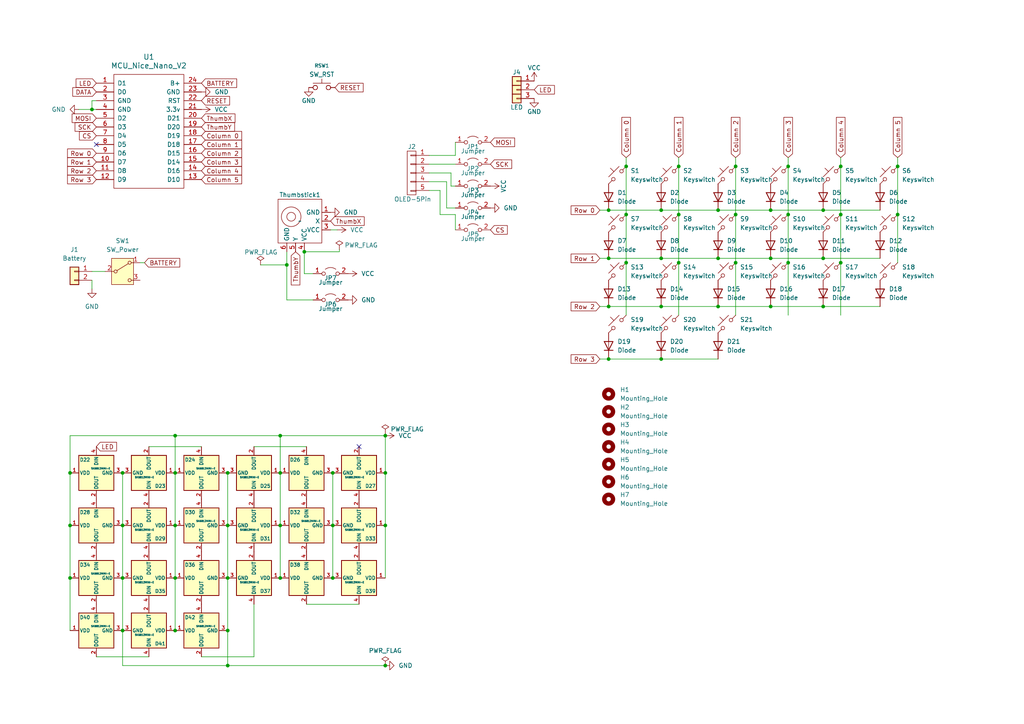
<source format=kicad_sch>
(kicad_sch (version 20230121) (generator eeschema)
  (paper "A4")
  (title_block (title "VF2 Valkyrie Choc RGB") (comment 2 "X=18.5mm; Y=17.5mm") (comment 3 "Spaced for MBK Glow R2 Choc Keycap Set"))
  (lib_symbols
    (symbol "Connector_Generic:Conn_01x02" (pin_names (offset 1.016) hide)
      (property "Reference" "J" (at 0 2.54 0))
      (property "Value" "Conn_01x02" (at 0 -5.08 0))
      (symbol "Conn_01x02_1_1"
        (rectangle (start -1.27 -2.413) (end 0 -2.667) (stroke (width 0.1524)))
        (rectangle (start -1.27 0.127) (end 0 -0.127) (stroke (width 0.1524)))
        (rectangle (start -1.27 1.27) (end 1.27 -3.81) (stroke (width 0.254)) (fill (type background)))
        (pin passive line (at -5.08 0 0) (length 3.81) (name "Pin_1") (number "1"))
        (pin passive line (at -5.08 -2.54 0) (length 3.81) (name "Pin_2") (number "2"))
      )
    )
    (symbol "Jumper:Jumper_2_Open" (pin_names (offset 0) hide)
      (property "Reference" "JP" (at 0 2.794 0))
      (property "Value" "Jumper_2_Open" (at 0 -2.286 0))
      (symbol "Jumper_2_Open_0_0"
        (circle (center -2.032 0) (radius 0.508))
        (circle (center 2.032 0) (radius 0.508))
      )
      (symbol "Jumper_2_Open_0_1"
        (arc (start 1.524 1.27) (mid 0 1.778) (end -1.524 1.27))
      )
      (symbol "Jumper_2_Open_1_1"
        (pin passive line (at -5.08 0 0) (length 2.54) (name "A") (number "1"))
        (pin passive line (at 5.08 0 180) (length 2.54) (name "B") (number "2"))
      )
    )
    (symbol "ScottoKeebs:Placeholder_Diode" (pin_numbers hide) (pin_names hide)
      (property "Reference" "D" (at 0 2.54 0))
      (property "Value" "Diode" (at 0 -2.54 0))
      (symbol "Placeholder_Diode_0_1"
        (polyline (pts (xy -1.27 1.27) (xy -1.27 -1.27)) (stroke (width 0.254)))
        (polyline (pts (xy 1.27 0) (xy -1.27 0)))
        (polyline (pts (xy 1.27 1.27) (xy 1.27 -1.27) (xy -1.27 0) (xy 1.27 1.27)) (stroke (width 0.254)))
      )
      (symbol "Placeholder_Diode_1_1"
        (pin passive line (at -3.81 0 0) (length 2.54) (name "K") (number "1"))
        (pin passive line (at 3.81 0 180) (length 2.54) (name "A") (number "2"))
      )
    )
    (symbol "ScottoKeebs:Placeholder_Keyswitch" (pin_numbers hide) (pin_names (offset 1.016) hide)
      (property "Reference" "S" (at 3.048 1.016 0))
      (property "Value" "Keyswitch" (at 0 -3.81 0))
      (symbol "Placeholder_Keyswitch_0_1"
        (circle (center -1.1684 1.1684) (radius 0.508))
        (polyline (pts (xy -0.508 2.54) (xy 2.54 -0.508)))
        (polyline (pts (xy 1.016 1.016) (xy 2.032 2.032)))
        (polyline (pts (xy -2.54 2.54) (xy -1.524 1.524) (xy -1.524 1.524)))
        (polyline (pts (xy 1.524 -1.524) (xy 2.54 -2.54) (xy 2.54 -2.54) (xy 2.54 -2.54)))
        (circle (center 1.143 -1.1938) (radius 0.508))
        (pin passive line (at -2.54 2.54 0) (length 0) (name "1") (number "1"))
        (pin passive line (at 2.54 -2.54 180) (length 0) (name "2") (number "2"))
      )
    )
    (symbol "ScottoKeebs:Placeholder_Mounting_Hole" (pin_names (offset 1.016))
      (property "Reference" "H" (at 0 5.08 0))
      (property "Value" "Mounting_Hole" (at 0 3.175 0))
      (symbol "Placeholder_Mounting_Hole_0_1"
        (circle (center 0 0) (radius 1.27) (stroke (width 1.27)))
      )
    )
    (symbol "SofleKeyboard1:LED_SK6812MINI-E-alt" (pin_names (offset 0.254))
      (property "Reference" "D30" (at -3.3 3.81 0))
      (property "Value" "SK6812MINI-E" (at 1.27 1.27 0))
      (symbol "LED_SK6812MINI-E-alt_0_1"
        (rectangle (start -5.08 5.08) (end 5.08 -5.08) (stroke (width 0.254)) (fill (type background)))
      )
      (symbol "LED_SK6812MINI-E-alt_1_1"
        (pin power_in line (at -7.62 0 0) (length 2.54) (name "VDD") (number "1"))
        (pin output line (at 0 -7.62 90) (length 2.54) (name "DOUT") (number "2"))
        (pin power_in line (at 7.62 0 180) (length 2.54) (name "GND") (number "3"))
        (pin input line (at 0 7.62 270) (length 2.54) (name "DIN") (number "4"))
      )
    )
    (symbol "SofleKeyboard1:MCU_Nice_Nano_V2" (pin_names (offset 1.016))
      (property "Reference" "U" (at 0 0 0))
      (property "Value" "Nice_Nano_V2" (at 0 -19.05 0))
      (symbol "MCU_Nice_Nano_V2_0_1"
        (rectangle (start -10.16 16.51) (end 10.16 -16.51))
      )
      (symbol "MCU_Nice_Nano_V2_1_1"
        (pin input line (at -15.24 13.97 0) (length 5.08) (name "D1") (number "1"))
        (pin input line (at -15.24 -8.89 0) (length 5.08) (name "D7") (number "10"))
        (pin input line (at -15.24 -11.43 0) (length 5.08) (name "D8") (number "11"))
        (pin input line (at -15.24 -13.97 0) (length 5.08) (name "D9") (number "12"))
        (pin input line (at 15.24 -13.97 180) (length 5.08) (name "D10") (number "13"))
        (pin input line (at 15.24 -11.43 180) (length 5.08) (name "D16") (number "14"))
        (pin input line (at 15.24 -8.89 180) (length 5.08) (name "D14") (number "15"))
        (pin input line (at 15.24 -6.35 180) (length 5.08) (name "D15") (number "16"))
        (pin input line (at 15.24 -3.81 180) (length 5.08) (name "D18") (number "17"))
        (pin input line (at 15.24 -1.27 180) (length 5.08) (name "D19") (number "18"))
        (pin input line (at 15.24 1.27 180) (length 5.08) (name "D20") (number "19"))
        (pin input line (at -15.24 11.43 0) (length 5.08) (name "D0") (number "2"))
        (pin input line (at 15.24 3.81 180) (length 5.08) (name "D21") (number "20"))
        (pin input line (at 15.24 6.35 180) (length 5.08) (name "3.3v") (number "21"))
        (pin input line (at 15.24 8.89 180) (length 5.08) (name "RST") (number "22"))
        (pin input line (at 15.24 11.43 180) (length 5.08) (name "GND") (number "23"))
        (pin input line (at 15.24 13.97 180) (length 5.08) (name "B+") (number "24"))
        (pin input line (at -15.24 8.89 0) (length 5.08) (name "GND") (number "3"))
        (pin input line (at -15.24 6.35 0) (length 5.08) (name "GND") (number "4"))
        (pin input line (at -15.24 3.81 0) (length 5.08) (name "D2") (number "5"))
        (pin input line (at -15.24 1.27 0) (length 5.08) (name "D3") (number "6"))
        (pin input line (at -15.24 -1.27 0) (length 5.08) (name "D4") (number "7"))
        (pin input line (at -15.24 -3.81 0) (length 5.08) (name "D5") (number "8"))
        (pin input line (at -15.24 -6.35 0) (length 5.08) (name "D6") (number "9"))
      )
    )
    (symbol "Switch:SW_SPDT" (pin_names (offset 0) hide)
      (property "Reference" "SW" (at 0 5.08 0))
      (property "Value" "SW_SPDT" (at 0 -5.08 0))
      (symbol "SW_SPDT_0_1"
        (circle (center -2.032 0) (radius 0.4572))
        (polyline (pts (xy -1.651 0.254) (xy 1.651 2.286)))
        (circle (center 2.032 -2.54) (radius 0.4572))
        (circle (center 2.032 2.54) (radius 0.4572))
      )
      (symbol "SW_SPDT_1_1"
        (rectangle (start -3.175 3.81) (end 3.175 -3.81) (fill (type background)))
        (pin passive line (at 5.08 2.54 180) (length 2.54) (name "A") (number "1"))
        (pin passive line (at -5.08 0 0) (length 2.54) (name "B") (number "2"))
        (pin passive line (at 5.08 -2.54 180) (length 2.54) (name "C") (number "3"))
      )
    )
    (symbol "mylocalSymbols1:Mini_2-Axis_Analog_Thumbstick"
      (property "Reference" "Thumbstick" (at 0 5.08 0))
      (symbol "Mini_2-Axis_Analog_Thumbstick_0_1"
        (rectangle (start -6.35 6.35) (end 6.35 -6.35))
        (circle (center -2.54 1.27) (radius 1.27))
        (circle (center -2.54 1.27) (radius 2.8398))
      )
      (symbol "Mini_2-Axis_Analog_Thumbstick_1_1"
        (pin power_in line (at 8.89 2.54 180) (length 2.54) (name "GND") (number "1"))
        (pin output line (at 8.89 0 180) (length 2.54) (name "X") (number "2"))
        (pin power_in line (at 8.89 -2.54 180) (length 2.54) (name "VCC") (number "3"))
        (pin power_in line (at 1.27 -8.89 90) (length 2.54) (name "VCC") (number "4"))
        (pin output line (at -1.27 -8.89 90) (length 2.54) (name "Y") (number "5"))
        (pin power_in line (at -3.81 -8.89 90) (length 2.54) (name "GND") (number "6"))
      )
    )
    (symbol "power:GND" (power) (pin_names (offset 0))
      (property "Value" "GND" (at 0 -3.81 0))
      (symbol "GND_0_1"
        (polyline (pts (xy 0 0) (xy 0 -1.27) (xy 1.27 -1.27) (xy 0 -2.54) (xy -1.27 -1.27) (xy 0 -1.27)))
      )
      (symbol "GND_1_1"
        (pin power_in line (at 0 0 270) (length 0) hide (name "GND") (number "1"))
      )
    )
    (symbol "power:PWR_FLAG" (power) (pin_numbers hide) (pin_names (offset 0) hide)
      (property "Value" "PWR_FLAG" (at 0 3.81 0))
      (symbol "PWR_FLAG_0_0"
        (pin power_out line (at 0 0 90) (length 0) (name "pwr") (number "1"))
      )
      (symbol "PWR_FLAG_0_1"
        (polyline (pts (xy 0 0) (xy 0 1.27) (xy -1.016 1.905) (xy 0 2.54) (xy 1.016 1.905) (xy 0 1.27)))
      )
    )
    (symbol "power:VCC" (power) (pin_names (offset 0))
      (property "Value" "VCC" (at 0 3.81 0))
      (symbol "VCC_0_1"
        (polyline (pts (xy -0.762 1.27) (xy 0 2.54)))
        (polyline (pts (xy 0 0) (xy 0 2.54)))
        (polyline (pts (xy 0 2.54) (xy 0.762 1.27)))
      )
      (symbol "VCC_1_1"
        (pin power_in line (at 0 0 90) (length 0) hide (name "VCC") (number "1"))
      )
    )
    (symbol "untitled:OLED-5Pin" (pin_names (offset 1.016) hide)
      (property "Reference" "J" (at 0 6.35 0))
      (property "Value" "OLED-5Pin" (at 2.54 0 90))
      (symbol "OLED-5Pin_0_1"
        (rectangle (start -1.27 -6.35) (end 0.254 -6.604))
        (rectangle (start -1.27 -3.683) (end 0.254 -3.937))
        (rectangle (start -1.27 -1.143) (end 0.254 -1.397))
        (rectangle (start -1.27 1.397) (end 0.254 1.143))
        (rectangle (start -1.27 3.937) (end 0.254 3.683))
        (rectangle (start -1.27 5.08) (end 1.27 -7.62))
      )
      (symbol "OLED-5Pin_1_1"
        (pin passive line (at -5.08 3.81 0) (length 3.81) (name "P1") (number "1"))
        (pin passive line (at -5.08 1.27 0) (length 3.81) (name "P2") (number "2"))
        (pin passive line (at -5.08 -1.27 0) (length 3.81) (name "P3") (number "3"))
        (pin passive line (at -5.08 -3.81 0) (length 3.81) (name "P4") (number "4"))
        (pin passive line (at -5.08 -6.35 0) (length 3.81) (name "P5") (number "5"))
      )
    )
    (symbol "untitled:SofleKeyboard-rescue_LED-Lily58-cache-Lily58_Pro-rescue-sofle" (pin_names (offset 1.016) hide)
      (property "Reference" "J1" (at 0 5.08 0))
      (property "Value" "LED" (at 0 -5.08 0))
      (symbol "SofleKeyboard-rescue_LED-Lily58-cache-Lily58_Pro-rescue-sofle_1_1"
        (rectangle (start -1.27 3.81) (end 1.27 -3.81) (stroke (width 0.254)) (fill (type background)))
        (rectangle (start 0 -2.413) (end 1.27 -2.667) (stroke (width 0.1524)))
        (polyline (pts (xy -1.27 -1.27) (xy 1.27 -1.27)) (stroke (width 0.254)))
        (polyline (pts (xy -1.27 1.27) (xy 1.27 1.27)) (stroke (width 0.254)))
        (rectangle (start 0 0.127) (end 1.27 -0.127) (stroke (width 0.1524)))
        (rectangle (start 0 2.667) (end 1.27 2.413) (stroke (width 0.1524)))
        (pin passive line (at 5.08 2.54 180) (length 3.81) (name "Pin_1") (number "1"))
        (pin passive line (at 5.08 0 180) (length 3.81) (name "Pin_2") (number "2"))
        (pin passive line (at 5.08 -2.54 180) (length 3.81) (name "Pin_3") (number "3"))
      )
    )
    (symbol "untitled:SofleKeyboard-rescue_SW_RST-Lily58-cache-Lily58_Pro-rescue-sofle" (pin_numbers hide) (pin_names (offset 1.016) hide)
      (property "Reference" "RSW1" (at 0 6.35 0))
      (property "Value" "SW_RST" (at 0 3.81 0))
      (symbol "SofleKeyboard-rescue_SW_RST-Lily58-cache-Lily58_Pro-rescue-sofle_0_1"
        (polyline (pts (xy -2.54 1.27) (xy 2.54 1.27)))
        (polyline (pts (xy 0 2.54) (xy 0 1.27)))
        (pin passive inverted (at -3.81 0 0) (length 2.54) (name "1") (number "1"))
        (pin passive inverted (at 3.81 0 180) (length 2.54) (name "2") (number "2"))
      )
    )
  )
  (junction (at 66.04 137.16))
  (junction (at 50.8 182.88))
  (junction (at 81.28 137.16))
  (junction (at 208.28 74.93))
  (junction (at 213.36 62.23))
  (junction (at 81.28 152.4))
  (junction (at 238.76 74.93))
  (junction (at 81.28 126.365))
  (junction (at 50.8 167.64))
  (junction (at 26.67 31.75))
  (junction (at 243.84 76.2))
  (junction (at 181.61 76.2))
  (junction (at 191.77 88.9))
  (junction (at 176.53 88.9))
  (junction (at 196.85 48.26))
  (junction (at 50.8 137.16))
  (junction (at 260.35 48.26))
  (junction (at 66.04 167.64))
  (junction (at 228.6 62.23))
  (junction (at 35.56 167.64))
  (junction (at 20.32 167.64))
  (junction (at 181.61 62.23))
  (junction (at 35.56 152.4))
  (junction (at 243.84 48.26))
  (junction (at 196.85 62.23))
  (junction (at 196.85 76.2))
  (junction (at 238.76 60.96))
  (junction (at 228.6 48.26))
  (junction (at 208.28 60.96))
  (junction (at 111.76 126.365))
  (junction (at 111.76 193.04))
  (junction (at 35.56 137.16))
  (junction (at 223.52 74.93))
  (junction (at 20.32 152.4))
  (junction (at 35.56 182.88))
  (junction (at 111.76 152.4))
  (junction (at 20.32 137.16))
  (junction (at 176.53 104.14))
  (junction (at 213.36 76.2))
  (junction (at 243.84 62.23))
  (junction (at 66.04 193.04))
  (junction (at 50.8 126.365))
  (junction (at 81.28 167.64))
  (junction (at 96.52 167.64))
  (junction (at 88.265 73.025))
  (junction (at 260.35 62.23))
  (junction (at 83.185 76.835))
  (junction (at 176.53 60.96))
  (junction (at 96.52 137.16))
  (junction (at 181.61 48.26))
  (junction (at 50.8 152.4))
  (junction (at 176.53 74.93))
  (junction (at 191.77 74.93))
  (junction (at 96.52 152.4))
  (junction (at 213.36 48.26))
  (junction (at 111.76 137.16))
  (junction (at 223.52 88.9))
  (junction (at 66.04 152.4))
  (junction (at 228.6 76.2))
  (junction (at 191.77 60.96))
  (junction (at 191.77 104.14))
  (junction (at 66.04 182.88))
  (junction (at 238.76 88.9))
  (junction (at 223.52 60.96))
  (junction (at 208.28 88.9))
  (no_connect (at 104.14 129.54))
  (no_connect (at 27.94 41.91))
  (wire (pts (xy 95.885 66.675) (xy 97.79 66.675)))
  (wire (pts (xy 88.265 73.025) (xy 88.265 79.375)))
  (wire (pts (xy 111.76 137.16) (xy 111.76 152.4)))
  (wire (pts (xy 243.84 76.2) (xy 243.84 91.44)))
  (wire (pts (xy 35.56 152.4) (xy 35.56 167.64)))
  (wire (pts (xy 20.32 126.365) (xy 20.32 137.16)))
  (wire (pts (xy 88.9 175.26) (xy 104.14 175.26)))
  (wire (pts (xy 238.76 74.93) (xy 255.27 74.93)))
  (wire (pts (xy 20.32 167.64) (xy 20.32 182.88)))
  (wire (pts (xy 81.28 137.16) (xy 81.28 152.4)))
  (wire (pts (xy 81.28 126.365) (xy 81.28 137.16)))
  (wire (pts (xy 83.185 73.025) (xy 83.185 76.835)))
  (wire (pts (xy 50.8 152.4) (xy 50.8 167.64)))
  (wire (pts (xy 27.94 190.5) (xy 43.18 190.5)))
  (wire (pts (xy 176.53 74.93) (xy 191.77 74.93)))
  (wire (pts (xy 81.28 126.365) (xy 111.76 126.365)))
  (wire (pts (xy 124.46 50.165) (xy 130.81 50.165)))
  (wire (pts (xy 50.8 137.16) (xy 50.8 152.4)))
  (wire (pts (xy 127.635 55.245) (xy 124.46 55.245)))
  (wire (pts (xy 129.54 52.705) (xy 129.54 60.325)))
  (wire (pts (xy 228.6 62.23) (xy 228.6 76.2)))
  (wire (pts (xy 129.54 60.325) (xy 132.08 60.325)))
  (wire (pts (xy 243.84 62.23) (xy 243.84 76.2)))
  (wire (pts (xy 83.185 86.995) (xy 90.805 86.995)))
  (wire (pts (xy 223.52 60.96) (xy 238.76 60.96)))
  (wire (pts (xy 111.76 125.73) (xy 111.76 126.365)))
  (wire (pts (xy 127.635 55.245) (xy 127.635 62.23)))
  (wire (pts (xy 228.6 45.72) (xy 228.6 48.26)))
  (wire (pts (xy 20.32 126.365) (xy 50.8 126.365)))
  (wire (pts (xy 26.67 78.74) (xy 30.48 78.74)))
  (wire (pts (xy 196.85 62.23) (xy 196.85 76.2)))
  (wire (pts (xy 191.77 88.9) (xy 208.28 88.9)))
  (wire (pts (xy 20.32 137.16) (xy 20.32 152.4)))
  (wire (pts (xy 181.61 76.2) (xy 181.61 91.44)))
  (wire (pts (xy 228.6 76.2) (xy 228.6 91.44)))
  (wire (pts (xy 173.99 60.96) (xy 176.53 60.96)))
  (wire (pts (xy 75.565 76.835) (xy 83.185 76.835)))
  (wire (pts (xy 127.635 62.23) (xy 132.08 62.23)))
  (wire (pts (xy 66.04 182.88) (xy 66.04 193.04)))
  (wire (pts (xy 191.77 60.96) (xy 208.28 60.96)))
  (wire (pts (xy 58.42 190.5) (xy 73.66 190.5)))
  (wire (pts (xy 173.99 104.14) (xy 176.53 104.14)))
  (wire (pts (xy 223.52 74.93) (xy 238.76 74.93)))
  (wire (pts (xy 208.28 74.93) (xy 223.52 74.93)))
  (wire (pts (xy 223.52 88.9) (xy 238.76 88.9)))
  (wire (pts (xy 35.56 182.88) (xy 35.56 193.04)))
  (wire (pts (xy 22.86 31.75) (xy 26.67 31.75)))
  (wire (pts (xy 96.52 137.16) (xy 96.52 152.4)))
  (wire (pts (xy 66.04 152.4) (xy 66.04 167.64)))
  (wire (pts (xy 124.46 47.625) (xy 132.08 47.625)))
  (wire (pts (xy 213.36 76.2) (xy 213.36 91.44)))
  (wire (pts (xy 260.35 48.26) (xy 260.35 62.23)))
  (wire (pts (xy 88.265 79.375) (xy 90.805 79.375)))
  (wire (pts (xy 96.52 152.4) (xy 96.52 167.64)))
  (wire (pts (xy 130.81 53.975) (xy 132.08 53.975)))
  (wire (pts (xy 40.64 76.2) (xy 41.91 76.2)))
  (wire (pts (xy 181.61 62.23) (xy 181.61 76.2)))
  (wire (pts (xy 213.36 45.72) (xy 213.36 48.26)))
  (wire (pts (xy 81.28 152.4) (xy 81.28 167.64)))
  (wire (pts (xy 260.35 62.23) (xy 260.35 76.2)))
  (wire (pts (xy 50.8 126.365) (xy 50.8 137.16)))
  (wire (pts (xy 66.04 193.04) (xy 111.76 193.04)))
  (wire (pts (xy 27.94 29.21) (xy 26.67 29.21)))
  (wire (pts (xy 213.36 62.23) (xy 213.36 76.2)))
  (wire (pts (xy 181.61 48.26) (xy 181.61 62.23)))
  (wire (pts (xy 176.53 104.14) (xy 191.77 104.14)))
  (wire (pts (xy 50.8 167.64) (xy 50.8 182.88)))
  (wire (pts (xy 132.08 45.085) (xy 132.08 41.275)))
  (wire (pts (xy 73.66 190.5) (xy 73.66 175.26)))
  (wire (pts (xy 26.67 81.28) (xy 26.67 83.82)))
  (wire (pts (xy 26.67 31.75) (xy 27.94 31.75)))
  (wire (pts (xy 130.81 50.165) (xy 130.81 53.975)))
  (wire (pts (xy 196.85 76.2) (xy 196.85 91.44)))
  (wire (pts (xy 111.76 152.4) (xy 111.76 167.64)))
  (wire (pts (xy 83.185 76.835) (xy 83.185 86.995)))
  (wire (pts (xy 50.8 126.365) (xy 81.28 126.365)))
  (wire (pts (xy 238.76 88.9) (xy 255.27 88.9)))
  (wire (pts (xy 35.56 193.04) (xy 66.04 193.04)))
  (wire (pts (xy 196.85 48.26) (xy 196.85 62.23)))
  (wire (pts (xy 35.56 167.64) (xy 35.56 182.88)))
  (wire (pts (xy 176.53 88.9) (xy 191.77 88.9)))
  (wire (pts (xy 88.265 73.025) (xy 98.425 73.025)))
  (wire (pts (xy 129.54 52.705) (xy 124.46 52.705)))
  (wire (pts (xy 26.67 29.21) (xy 26.67 31.75)))
  (wire (pts (xy 191.77 104.14) (xy 208.28 104.14)))
  (wire (pts (xy 196.85 45.72) (xy 196.85 48.26)))
  (wire (pts (xy 260.35 45.72) (xy 260.35 48.26)))
  (wire (pts (xy 243.84 48.26) (xy 243.84 62.23)))
  (wire (pts (xy 20.32 152.4) (xy 20.32 167.64)))
  (wire (pts (xy 173.99 88.9) (xy 176.53 88.9)))
  (wire (pts (xy 191.77 74.93) (xy 208.28 74.93)))
  (wire (pts (xy 208.28 60.96) (xy 223.52 60.96)))
  (wire (pts (xy 43.18 129.54) (xy 58.42 129.54)))
  (wire (pts (xy 132.08 62.23) (xy 132.08 66.675)))
  (wire (pts (xy 181.61 45.72) (xy 181.61 48.26)))
  (wire (pts (xy 66.04 137.16) (xy 66.04 152.4)))
  (wire (pts (xy 238.76 60.96) (xy 255.27 60.96)))
  (wire (pts (xy 73.66 129.54) (xy 88.9 129.54)))
  (wire (pts (xy 243.84 45.72) (xy 243.84 48.26)))
  (wire (pts (xy 98.425 72.39) (xy 98.425 73.025)))
  (wire (pts (xy 35.56 137.16) (xy 35.56 152.4)))
  (wire (pts (xy 66.04 167.64) (xy 66.04 182.88)))
  (wire (pts (xy 176.53 60.96) (xy 191.77 60.96)))
  (wire (pts (xy 213.36 48.26) (xy 213.36 62.23)))
  (wire (pts (xy 208.28 88.9) (xy 223.52 88.9)))
  (wire (pts (xy 228.6 48.26) (xy 228.6 62.23)))
  (wire (pts (xy 173.99 74.93) (xy 176.53 74.93)))
  (wire (pts (xy 111.76 126.365) (xy 111.76 137.16)))
  (wire (pts (xy 124.46 45.085) (xy 132.08 45.085)))
  (global_label "Column 2" (shape input) (at 58.42 44.45 0) (property "Intersheetrefs" "${INTERSHEET_REFS}" (effects hide)))
  (global_label "Column 1" (shape input) (at 196.85 45.72 90) (property "Intersheetrefs" "${INTERSHEET_REFS}" (effects hide)))
  (global_label "ThumbY" (shape input) (at 85.725 73.025 270) (property "Intersheetrefs" "${INTERSHEET_REFS}" (effects hide)))
  (global_label "SCK" (shape input) (at 142.24 47.625 0) (property "Intersheetrefs" "${INTERSHEET_REFS}" (effects hide)))
  (global_label "Column 1" (shape input) (at 58.42 41.91 0) (property "Intersheetrefs" "${INTERSHEET_REFS}" (effects hide)))
  (global_label "LED" (shape input) (at 27.94 24.13 180) (property "Intersheetrefs" "${INTERSHEET_REFS}" (effects hide)))
  (global_label "Row 3" (shape input) (at 173.99 104.14 180) (property "Intersheetrefs" "${INTERSHEET_REFS}" (effects hide)))
  (global_label "Row 3" (shape input) (at 27.94 52.07 180) (property "Intersheetrefs" "${INTERSHEET_REFS}" (effects hide)))
  (global_label "Row 2" (shape input) (at 173.99 88.9 180) (property "Intersheetrefs" "${INTERSHEET_REFS}" (effects hide)))
  (global_label "RESET" (shape input) (at 97.155 25.4 0) (property "Intersheetrefs" "${INTERSHEET_REFS}" (effects hide)))
  (global_label "BATTERY" (shape input) (at 41.91 76.2 0) (property "Intersheetrefs" "${INTERSHEET_REFS}" (effects hide)))
  (global_label "Column 3" (shape input) (at 228.6 45.72 90) (property "Intersheetrefs" "${INTERSHEET_REFS}" (effects hide)))
  (global_label "Row 0" (shape input) (at 173.99 60.96 180) (property "Intersheetrefs" "${INTERSHEET_REFS}" (effects hide)))
  (global_label "Column 2" (shape input) (at 213.36 45.72 90) (property "Intersheetrefs" "${INTERSHEET_REFS}" (effects hide)))
  (global_label "LED" (shape input) (at 154.94 26.035 0) (property "Intersheetrefs" "${INTERSHEET_REFS}" (effects hide)))
  (global_label "Column 4" (shape input) (at 58.42 49.53 0) (property "Intersheetrefs" "${INTERSHEET_REFS}" (effects hide)))
  (global_label "Column 0" (shape input) (at 181.61 45.72 90) (property "Intersheetrefs" "${INTERSHEET_REFS}" (effects hide)))
  (global_label "LED" (shape input) (at 27.94 129.54 0) (property "Intersheetrefs" "${INTERSHEET_REFS}" (effects hide)))
  (global_label "ThumbY" (shape input) (at 58.42 36.83 0) (property "Intersheetrefs" "${INTERSHEET_REFS}" (effects hide)))
  (global_label "Column 5" (shape input) (at 260.35 45.72 90) (property "Intersheetrefs" "${INTERSHEET_REFS}" (effects hide)))
  (global_label "DATA" (shape input) (at 27.94 26.67 180) (property "Intersheetrefs" "${INTERSHEET_REFS}" (effects hide)))
  (global_label "Column 0" (shape input) (at 58.42 39.37 0) (property "Intersheetrefs" "${INTERSHEET_REFS}" (effects hide)))
  (global_label "CS" (shape input) (at 27.94 39.37 180) (property "Intersheetrefs" "${INTERSHEET_REFS}" (effects hide)))
  (global_label "RESET" (shape input) (at 58.42 29.21 0) (property "Intersheetrefs" "${INTERSHEET_REFS}" (effects hide)))
  (global_label "BATTERY" (shape input) (at 58.42 24.13 0) (property "Intersheetrefs" "${INTERSHEET_REFS}" (effects hide)))
  (global_label "Column 4" (shape input) (at 243.84 45.72 90) (property "Intersheetrefs" "${INTERSHEET_REFS}" (effects hide)))
  (global_label "Row 2" (shape input) (at 27.94 49.53 180) (property "Intersheetrefs" "${INTERSHEET_REFS}" (effects hide)))
  (global_label "MOSI" (shape input) (at 142.24 41.275 0) (property "Intersheetrefs" "${INTERSHEET_REFS}" (effects hide)))
  (global_label "ThumbX" (shape input) (at 95.885 64.135 0) (property "Intersheetrefs" "${INTERSHEET_REFS}" (effects hide)))
  (global_label "Column 5" (shape input) (at 58.42 52.07 0) (property "Intersheetrefs" "${INTERSHEET_REFS}" (effects hide)))
  (global_label "ThumbX" (shape input) (at 58.42 34.29 0) (property "Intersheetrefs" "${INTERSHEET_REFS}" (effects hide)))
  (global_label "CS" (shape input) (at 142.24 66.675 0) (property "Intersheetrefs" "${INTERSHEET_REFS}" (effects hide)))
  (global_label "SCK" (shape input) (at 27.94 36.83 180) (property "Intersheetrefs" "${INTERSHEET_REFS}" (effects hide)))
  (global_label "MOSI" (shape input) (at 27.94 34.29 180) (property "Intersheetrefs" "${INTERSHEET_REFS}" (effects hide)))
  (global_label "Column 3" (shape input) (at 58.42 46.99 0) (property "Intersheetrefs" "${INTERSHEET_REFS}" (effects hide)))
  (global_label "Row 0" (shape input) (at 27.94 44.45 180) (property "Intersheetrefs" "${INTERSHEET_REFS}" (effects hide)))
  (global_label "Row 1" (shape input) (at 173.99 74.93 180) (property "Intersheetrefs" "${INTERSHEET_REFS}" (effects hide)))
  (global_label "Row 1" (shape input) (at 27.94 46.99 180) (property "Intersheetrefs" "${INTERSHEET_REFS}" (effects hide)))
  (symbol (lib_id "ScottoKeebs:Placeholder_Keyswitch") (at 257.81 64.77 90) (unit 1)
    (property "Reference" "S12" (at 261.62 63.5 90) (effects (justify right)))
    (property "Value" "Keyswitch" (at 261.62 66.04 90) (effects (justify right)))
    (property "Footprint" "mylocal_footprints:Choc_Hotswap-double-sided" (effects hide))
  )
  (symbol (lib_id "ScottoKeebs:Placeholder_Keyswitch") (at 179.07 64.77 90) (unit 1)
    (property "Reference" "S7" (at 182.88 63.5 90) (effects (justify right)))
    (property "Value" "Keyswitch" (at 182.88 66.04 90) (effects (justify right)))
    (property "Footprint" "mylocal_footprints:Choc_Hotswap-double-sided" (effects hide))
  )
  (symbol (lib_id "SofleKeyboard1:LED_SK6812MINI-E-alt") (at 43.18 152.4 180) (unit 1)
    (property "Reference" "D29" (at 46.48 156.21 0) (effects (font (size 1 1))))
    (property "Value" "SK6812MINI-E" (at 41.91 153.67 0) (effects (font (size 0.5 0.5))))
    (property "Footprint" "mylocal_footprints:SK6812-MINI-E-double-side" (effects hide))
    (property "Datasheet" "https://cdn-shop.adafruit.com/product-files/2686/SK6812MINI_REV.01-1-2.pdf" (effects hide))
  )
  (symbol (lib_id "ScottoKeebs:Placeholder_Mounting_Hole") (at 176.53 114.3 0) (unit 1)
    (property "Reference" "H1" (at 179.832 113.03 0) (effects (justify left)))
    (property "Value" "Mounting_Hole" (at 179.832 115.57 0) (effects (justify left)))
    (property "Footprint" "MountingHole:MountingHole_3.5mm" (effects hide))
  )
  (symbol (lib_id "ScottoKeebs:Placeholder_Diode") (at 191.77 100.33 90) (unit 1)
    (property "Reference" "D20" (at 194.31 99.06 90) (effects (justify right)))
    (property "Value" "Diode" (at 194.31 101.6 90) (effects (justify right)))
    (property "Footprint" "mylocal_footprints:Diode_SOD-123-double-sided" (effects hide))
    (property "Sim.Device" "D" (effects hide))
    (property "Sim.Pins" "1=K 2=A" (effects hide))
  )
  (symbol (lib_id "ScottoKeebs:Placeholder_Diode") (at 255.27 85.09 90) (unit 1)
    (property "Reference" "D18" (at 257.81 83.82 90) (effects (justify right)))
    (property "Value" "Diode" (at 257.81 86.36 90) (effects (justify right)))
    (property "Footprint" "mylocal_footprints:Diode_SOD-123-double-sided" (effects hide))
    (property "Sim.Device" "D" (effects hide))
    (property "Sim.Pins" "1=K 2=A" (effects hide))
  )
  (symbol (lib_id "SofleKeyboard1:LED_SK6812MINI-E-alt") (at 73.66 137.16 180) (unit 1)
    (property "Reference" "D25" (at 76.96 140.97 0) (effects (font (size 1 1))))
    (property "Value" "SK6812MINI-E" (at 72.39 138.43 0) (effects (font (size 0.5 0.5))))
    (property "Footprint" "mylocal_footprints:SK6812-MINI-E-double-side" (effects hide))
    (property "Datasheet" "https://cdn-shop.adafruit.com/product-files/2686/SK6812MINI_REV.01-1-2.pdf" (effects hide))
  )
  (symbol (lib_id "ScottoKeebs:Placeholder_Keyswitch") (at 179.07 50.8 90) (unit 1)
    (property "Reference" "S1" (at 182.88 49.53 90) (effects (justify right)))
    (property "Value" "Keyswitch" (at 182.88 52.07 90) (effects (justify right)))
    (property "Footprint" "mylocal_footprints:Choc_Hotswap-double-sided" (effects hide))
  )
  (symbol (lib_id "SofleKeyboard1:LED_SK6812MINI-E-alt") (at 104.14 167.64 180) (unit 1)
    (property "Reference" "D39" (at 107.44 171.45 0) (effects (font (size 1 1))))
    (property "Value" "SK6812MINI-E" (at 102.87 168.91 0) (effects (font (size 0.5 0.5))))
    (property "Footprint" "mylocal_footprints:SK6812-MINI-E-double-side" (effects hide))
    (property "Datasheet" "https://cdn-shop.adafruit.com/product-files/2686/SK6812MINI_REV.01-1-2.pdf" (effects hide))
  )
  (symbol (lib_id "power:VCC") (at 97.79 66.675 270) (unit 1)
    (property "Reference" "#PWR015" (effects hide))
    (property "Value" "VCC" (at 101.6 66.675 90) (effects (justify left)))
  )
  (symbol (lib_id "ScottoKeebs:Placeholder_Keyswitch") (at 210.82 93.98 90) (unit 1)
    (property "Reference" "S21" (at 214.63 92.71 90) (effects (justify right)))
    (property "Value" "Keyswitch" (at 214.63 95.25 90) (effects (justify right)))
    (property "Footprint" "mylocal_footprints:Choc_Hotswap-double-sided" (effects hide))
  )
  (symbol (lib_id "ScottoKeebs:Placeholder_Diode") (at 176.53 100.33 90) (unit 1)
    (property "Reference" "D19" (at 179.07 99.06 90) (effects (justify right)))
    (property "Value" "Diode" (at 179.07 101.6 90) (effects (justify right)))
    (property "Footprint" "mylocal_footprints:Diode_SOD-123-double-sided" (effects hide))
    (property "Sim.Device" "D" (effects hide))
    (property "Sim.Pins" "1=K 2=A" (effects hide))
  )
  (symbol (lib_id "SofleKeyboard1:LED_SK6812MINI-E-alt") (at 88.9 137.16 0) (unit 1)
    (property "Reference" "D26" (at 85.6 133.35 0) (effects (font (size 1 1))))
    (property "Value" "SK6812MINI-E" (effects hide))
    (property "Footprint" "mylocal_footprints:SK6812-MINI-E-double-side" (effects hide))
    (property "Datasheet" "https://cdn-shop.adafruit.com/product-files/2686/SK6812MINI_REV.01-1-2.pdf" (effects hide))
  )
  (symbol (lib_id "ScottoKeebs:Placeholder_Mounting_Hole") (at 176.53 139.7 0) (unit 1)
    (property "Reference" "H6" (at 179.832 138.43 0) (effects (justify left)))
    (property "Value" "Mounting_Hole" (at 179.832 140.97 0) (effects (justify left)))
    (property "Footprint" "MountingHole:MountingHole_3.5mm" (effects hide))
  )
  (symbol (lib_id "ScottoKeebs:Placeholder_Keyswitch") (at 257.81 78.74 90) (unit 1)
    (property "Reference" "S18" (at 261.62 77.47 90) (effects (justify right)))
    (property "Value" "Keyswitch" (at 261.62 80.01 90) (effects (justify right)))
    (property "Footprint" "mylocal_footprints:Choc_Hotswap-double-sided" (effects hide))
  )
  (symbol (lib_id "ScottoKeebs:Placeholder_Diode") (at 191.77 57.15 90) (unit 1)
    (property "Reference" "D2" (at 194.31 55.88 90) (effects (justify right)))
    (property "Value" "Diode" (at 194.31 58.42 90) (effects (justify right)))
    (property "Footprint" "mylocal_footprints:Diode_SOD-123-double-sided" (effects hide))
    (property "Sim.Device" "D" (effects hide))
    (property "Sim.Pins" "1=K 2=A" (effects hide))
  )
  (symbol (lib_id "ScottoKeebs:Placeholder_Keyswitch") (at 179.07 93.98 90) (unit 1)
    (property "Reference" "S19" (at 182.88 92.71 90) (effects (justify right)))
    (property "Value" "Keyswitch" (at 182.88 95.25 90) (effects (justify right)))
    (property "Footprint" "mylocal_footprints:Choc_Hotswap-double-sided" (effects hide))
  )
  (symbol (lib_id "power:PWR_FLAG") (at 111.76 193.04 0) (unit 1)
    (property "Reference" "#FLG02" (effects hide))
    (property "Value" "PWR_FLAG" (at 111.76 188.722 0))
  )
  (symbol (lib_id "Jumper:Jumper_2_Open") (at 137.16 47.625 0) (unit 1)
    (property "Reference" "JP2" (at 137.16 48.895 0))
    (property "Value" "Jumper" (at 137.16 50.165 0))
    (property "Footprint" "mylocal_footprints:jumper_data-MOD" (effects hide))
  )
  (symbol (lib_id "ScottoKeebs:Placeholder_Mounting_Hole") (at 176.53 124.46 0) (unit 1)
    (property "Reference" "H3" (at 179.832 123.19 0) (effects (justify left)))
    (property "Value" "Mounting_Hole" (at 179.832 125.73 0) (effects (justify left)))
    (property "Footprint" "MountingHole:MountingHole_3.5mm" (effects hide))
  )
  (symbol (lib_id "power:VCC") (at 58.42 31.75 270) (unit 1)
    (property "Reference" "#PWR03" (effects hide))
    (property "Value" "VCC" (at 62.23 31.75 90) (effects (justify left)))
  )
  (symbol (lib_id "ScottoKeebs:Placeholder_Diode") (at 176.53 57.15 90) (unit 1)
    (property "Reference" "D1" (at 179.07 55.88 90) (effects (justify right)))
    (property "Value" "Diode" (at 179.07 58.42 90) (effects (justify right)))
    (property "Footprint" "mylocal_footprints:Diode_SOD-123-double-sided" (effects hide))
    (property "Sim.Device" "D" (effects hide))
    (property "Sim.Pins" "1=K 2=A" (effects hide))
  )
  (symbol (lib_id "SofleKeyboard1:MCU_Nice_Nano_V2") (at 43.18 38.1 0) (unit 1)
    (property "Reference" "U1" (at 43.18 16.51 0) (effects (font (size 1.524 1.524))))
    (property "Value" "MCU_Nice_Nano_V2" (at 43.18 19.05 0) (effects (font (size 1.524 1.524))))
    (property "Footprint" "mylocal_footprints:ProMicro" (effects hide))
  )
  (symbol (lib_id "power:GND") (at 154.94 28.575 0) (unit 1)
    (property "Reference" "#PWR010" (effects hide))
    (property "Value" "GND" (at 154.94 32.385 0))
  )
  (symbol (lib_id "SofleKeyboard1:LED_SK6812MINI-E-alt") (at 43.18 167.64 180) (unit 1)
    (property "Reference" "D35" (at 46.48 171.45 0) (effects (font (size 1 1))))
    (property "Value" "SK6812MINI-E" (at 41.91 168.91 0) (effects (font (size 0.5 0.5))))
    (property "Footprint" "mylocal_footprints:SK6812-MINI-E-double-side" (effects hide))
    (property "Datasheet" "https://cdn-shop.adafruit.com/product-files/2686/SK6812MINI_REV.01-1-2.pdf" (effects hide))
  )
  (symbol (lib_id "ScottoKeebs:Placeholder_Mounting_Hole") (at 176.53 119.38 0) (unit 1)
    (property "Reference" "H2" (at 179.832 118.11 0) (effects (justify left)))
    (property "Value" "Mounting_Hole" (at 179.832 120.65 0) (effects (justify left)))
    (property "Footprint" "MountingHole:MountingHole_3.5mm" (effects hide))
  )
  (symbol (lib_id "power:GND") (at 100.965 86.995 90) (unit 1)
    (property "Reference" "#PWR014" (effects hide))
    (property "Value" "GND" (at 104.775 86.995 90) (effects (justify right)))
  )
  (symbol (lib_id "power:GND") (at 142.24 60.325 90) (unit 1)
    (property "Reference" "#PWR05" (effects hide))
    (property "Value" "GND" (at 146.05 60.325 90) (effects (justify right)))
  )
  (symbol (lib_id "Jumper:Jumper_2_Open") (at 95.885 79.375 0) (unit 1)
    (property "Reference" "JP7" (at 95.885 80.645 0))
    (property "Value" "Jumper" (at 95.885 81.915 0))
    (property "Footprint" "mylocal_footprints:jumper_data-MOD" (effects hide))
  )
  (symbol (lib_id "ScottoKeebs:Placeholder_Mounting_Hole") (at 176.53 144.78 0) (unit 1)
    (property "Reference" "H7" (at 179.832 143.51 0) (effects (justify left)))
    (property "Value" "Mounting_Hole" (at 179.832 146.05 0) (effects (justify left)))
    (property "Footprint" "MountingHole:MountingHole_3.5mm" (effects hide))
  )
  (symbol (lib_id "ScottoKeebs:Placeholder_Mounting_Hole") (at 176.53 129.54 0) (unit 1)
    (property "Reference" "H4" (at 179.832 128.27 0) (effects (justify left)))
    (property "Value" "Mounting_Hole" (at 179.832 130.81 0) (effects (justify left)))
    (property "Footprint" "MountingHole:MountingHole_3.5mm" (effects hide))
  )
  (symbol (lib_id "power:VCC") (at 100.965 79.375 270) (unit 1)
    (property "Reference" "#PWR016" (effects hide))
    (property "Value" "VCC" (at 104.775 79.375 90) (effects (justify left)))
  )
  (symbol (lib_id "power:GND") (at 89.535 25.4 0) (unit 1)
    (property "Reference" "#PWR09" (effects hide))
    (property "Value" "GND" (at 89.535 29.21 0))
  )
  (symbol (lib_id "power:GND") (at 22.86 31.75 270) (unit 1)
    (property "Reference" "#PWR013" (effects hide))
    (property "Value" "GND" (at 19.05 31.75 90) (effects (justify right)))
  )
  (symbol (lib_id "ScottoKeebs:Placeholder_Keyswitch") (at 241.3 50.8 90) (unit 1)
    (property "Reference" "S5" (at 245.11 49.53 90) (effects (justify right)))
    (property "Value" "Keyswitch" (at 245.11 52.07 90) (effects (justify right)))
    (property "Footprint" "mylocal_footprints:Choc_Hotswap-double-sided" (effects hide))
  )
  (symbol (lib_id "ScottoKeebs:Placeholder_Diode") (at 223.52 57.15 90) (unit 1)
    (property "Reference" "D4" (at 226.06 55.88 90) (effects (justify right)))
    (property "Value" "Diode" (at 226.06 58.42 90) (effects (justify right)))
    (property "Footprint" "mylocal_footprints:Diode_SOD-123-double-sided" (effects hide))
    (property "Sim.Device" "D" (effects hide))
    (property "Sim.Pins" "1=K 2=A" (effects hide))
  )
  (symbol (lib_id "ScottoKeebs:Placeholder_Diode") (at 238.76 85.09 90) (unit 1)
    (property "Reference" "D17" (at 241.3 83.82 90) (effects (justify right)))
    (property "Value" "Diode" (at 241.3 86.36 90) (effects (justify right)))
    (property "Footprint" "mylocal_footprints:Diode_SOD-123-double-sided" (effects hide))
    (property "Sim.Device" "D" (effects hide))
    (property "Sim.Pins" "1=K 2=A" (effects hide))
  )
  (symbol (lib_id "untitled:OLED-5Pin") (at 119.38 48.895 0) (mirror y) (unit 1)
    (property "Reference" "J2" (at 120.65 42.545 0) (effects (justify left)))
    (property "Value" "OLED-5Pin" (at 125.095 57.785 0) (effects (justify left)))
    (property "Footprint" "Connector_PinHeader_2.54mm:PinHeader_1x05_P2.54mm_Vertical" (effects hide))
  )
  (symbol (lib_id "ScottoKeebs:Placeholder_Diode") (at 208.28 100.33 90) (unit 1)
    (property "Reference" "D21" (at 210.82 99.06 90) (effects (justify right)))
    (property "Value" "Diode" (at 210.82 101.6 90) (effects (justify right)))
    (property "Footprint" "mylocal_footprints:Diode_SOD-123-double-sided" (effects hide))
    (property "Sim.Device" "D" (effects hide))
    (property "Sim.Pins" "1=K 2=A" (effects hide))
  )
  (symbol (lib_id "Jumper:Jumper_2_Open") (at 137.16 66.675 0) (unit 1)
    (property "Reference" "JP5" (at 137.16 67.945 0))
    (property "Value" "Jumper" (at 137.16 69.215 0))
    (property "Footprint" "mylocal_footprints:jumper_data-MOD" (effects hide))
  )
  (symbol (lib_id "ScottoKeebs:Placeholder_Mounting_Hole") (at 176.53 134.62 0) (unit 1)
    (property "Reference" "H5" (at 179.832 133.35 0) (effects (justify left)))
    (property "Value" "Mounting_Hole" (at 179.832 135.89 0) (effects (justify left)))
    (property "Footprint" "MountingHole:MountingHole_3.5mm" (effects hide))
  )
  (symbol (lib_id "untitled:SofleKeyboard-rescue_SW_RST-Lily58-cache-Lily58_Pro-rescue-sofle") (at 93.345 25.4 0) (unit 1)
    (property "Reference" "RSW1" (at 93.345 19.05 0) (effects (font (size 1.016 1.016))))
    (property "Value" "SW_RST" (at 93.345 21.59 0))
    (property "Footprint" "untitled:TACT_SWITCH_TVBP06" (effects hide))
  )
  (symbol (lib_id "ScottoKeebs:Placeholder_Diode") (at 238.76 71.12 90) (unit 1)
    (property "Reference" "D11" (at 241.3 69.85 90) (effects (justify right)))
    (property "Value" "Diode" (at 241.3 72.39 90) (effects (justify right)))
    (property "Footprint" "mylocal_footprints:Diode_SOD-123-double-sided" (effects hide))
    (property "Sim.Device" "D" (effects hide))
    (property "Sim.Pins" "1=K 2=A" (effects hide))
  )
  (symbol (lib_id "ScottoKeebs:Placeholder_Diode") (at 191.77 71.12 90) (unit 1)
    (property "Reference" "D8" (at 194.31 69.85 90) (effects (justify right)))
    (property "Value" "Diode" (at 194.31 72.39 90) (effects (justify right)))
    (property "Footprint" "mylocal_footprints:Diode_SOD-123-double-sided" (effects hide))
    (property "Sim.Device" "D" (effects hide))
    (property "Sim.Pins" "1=K 2=A" (effects hide))
  )
  (symbol (lib_id "Jumper:Jumper_2_Open") (at 137.16 60.325 0) (unit 1)
    (property "Reference" "JP4" (at 137.16 61.595 0))
    (property "Value" "Jumper" (at 137.16 62.865 0))
    (property "Footprint" "mylocal_footprints:jumper_data-MOD" (effects hide))
  )
  (symbol (lib_id "SofleKeyboard1:LED_SK6812MINI-E-alt") (at 58.42 182.88 0) (unit 1)
    (property "Reference" "D42" (at 55.12 179.07 0) (effects (font (size 1 1))))
    (property "Value" "SK6812MINI-E" (at 59.69 181.61 0) (effects (font (size 0.5 0.5))))
    (property "Footprint" "mylocal_footprints:SK6812-MINI-E-double-side" (effects hide))
    (property "Datasheet" "https://cdn-shop.adafruit.com/product-files/2686/SK6812MINI_REV.01-1-2.pdf" (effects hide))
  )
  (symbol (lib_id "ScottoKeebs:Placeholder_Keyswitch") (at 179.07 78.74 90) (unit 1)
    (property "Reference" "S13" (at 182.88 77.47 90) (effects (justify right)))
    (property "Value" "Keyswitch" (at 182.88 80.01 90) (effects (justify right)))
    (property "Footprint" "mylocal_footprints:Choc_Hotswap-double-sided" (effects hide))
  )
  (symbol (lib_id "power:PWR_FLAG") (at 111.76 125.73 0) (unit 1)
    (property "Reference" "#FLG04" (effects hide))
    (property "Value" "PWR_FLAG" (at 118.11 124.46 0))
  )
  (symbol (lib_id "ScottoKeebs:Placeholder_Keyswitch") (at 226.06 64.77 90) (unit 1)
    (property "Reference" "S10" (at 229.87 63.5 90) (effects (justify right)))
    (property "Value" "Keyswitch" (at 229.87 66.04 90) (effects (justify right)))
    (property "Footprint" "mylocal_footprints:Choc_Hotswap-double-sided" (effects hide))
  )
  (symbol (lib_id "mylocalSymbols1:Mini_2-Axis_Analog_Thumbstick") (at 86.995 64.135 0) (unit 1)
    (property "Reference" "Thumbstick1" (at 86.995 56.515 0))
    (property "Value" "~" (at 86.995 64.135 0))
    (property "Footprint" "mylocal_footprints:Mini 2-Axis Analog Thumbstick" (effects hide))
  )
  (symbol (lib_id "SofleKeyboard1:LED_SK6812MINI-E-alt") (at 27.94 152.4 0) (unit 1)
    (property "Reference" "D28" (at 24.64 148.59 0) (effects (font (size 1 1))))
    (property "Value" "SK6812MINI-E" (effects hide))
    (property "Footprint" "mylocal_footprints:SK6812-MINI-E-double-side" (effects hide))
    (property "Datasheet" "https://cdn-shop.adafruit.com/product-files/2686/SK6812MINI_REV.01-1-2.pdf" (effects hide))
  )
  (symbol (lib_id "ScottoKeebs:Placeholder_Diode") (at 223.52 85.09 90) (unit 1)
    (property "Reference" "D16" (at 226.06 83.82 90) (effects (justify right)))
    (property "Value" "Diode" (at 226.06 86.36 90) (effects (justify right)))
    (property "Footprint" "mylocal_footprints:Diode_SOD-123-double-sided" (effects hide))
    (property "Sim.Device" "D" (effects hide))
    (property "Sim.Pins" "1=K 2=A" (effects hide))
  )
  (symbol (lib_id "SofleKeyboard1:LED_SK6812MINI-E-alt") (at 58.42 152.4 0) (unit 1)
    (property "Reference" "D30" (at 55.12 148.59 0) (effects (font (size 1 1))))
    (property "Value" "SK6812MINI-E" (at 59.69 151.13 0) (effects (font (size 0.5 0.5))))
    (property "Footprint" "mylocal_footprints:SK6812-MINI-E-double-side" (effects hide))
    (property "Datasheet" "https://cdn-shop.adafruit.com/product-files/2686/SK6812MINI_REV.01-1-2.pdf" (effects hide))
  )
  (symbol (lib_id "Jumper:Jumper_2_Open") (at 137.16 41.275 0) (unit 1)
    (property "Reference" "JP1" (at 137.16 42.545 0))
    (property "Value" "Jumper" (at 137.16 43.815 0))
    (property "Footprint" "mylocal_footprints:jumper_data-MOD" (effects hide))
  )
  (symbol (lib_id "power:GND") (at 58.42 26.67 90) (unit 1)
    (property "Reference" "#PWR01" (effects hide))
    (property "Value" "GND" (at 62.23 26.67 90) (effects (justify right)))
  )
  (symbol (lib_id "power:VCC") (at 142.24 53.975 270) (unit 1)
    (property "Reference" "#PWR04" (effects hide))
    (property "Value" "VCC" (at 146.05 53.975 0))
  )
  (symbol (lib_id "SofleKeyboard1:LED_SK6812MINI-E-alt") (at 73.66 152.4 180) (unit 1)
    (property "Reference" "D31" (at 76.96 156.21 0) (effects (font (size 1 1))))
    (property "Value" "SK6812MINI-E" (at 72.39 153.67 0) (effects (font (size 0.5 0.5))))
    (property "Footprint" "mylocal_footprints:SK6812-MINI-E-double-side" (effects hide))
    (property "Datasheet" "https://cdn-shop.adafruit.com/product-files/2686/SK6812MINI_REV.01-1-2.pdf" (effects hide))
  )
  (symbol (lib_id "power:GND") (at 26.67 83.82 0) (unit 1)
    (property "Reference" "#PWR07" (effects hide))
    (property "Value" "GND" (at 26.67 88.9 0))
  )
  (symbol (lib_id "ScottoKeebs:Placeholder_Keyswitch") (at 241.3 64.77 90) (unit 1)
    (property "Reference" "S11" (at 245.11 63.5 90) (effects (justify right)))
    (property "Value" "Keyswitch" (at 245.11 66.04 90) (effects (justify right)))
    (property "Footprint" "mylocal_footprints:Choc_Hotswap-double-sided" (effects hide))
  )
  (symbol (lib_id "ScottoKeebs:Placeholder_Keyswitch") (at 226.06 50.8 90) (unit 1)
    (property "Reference" "S4" (at 229.87 49.53 90) (effects (justify right)))
    (property "Value" "Keyswitch" (at 229.87 52.07 90) (effects (justify right)))
    (property "Footprint" "mylocal_footprints:Choc_Hotswap-double-sided" (effects hide))
  )
  (symbol (lib_id "ScottoKeebs:Placeholder_Keyswitch") (at 194.31 50.8 90) (unit 1)
    (property "Reference" "S2" (at 198.12 49.53 90) (effects (justify right)))
    (property "Value" "Keyswitch" (at 198.12 52.07 90) (effects (justify right)))
    (property "Footprint" "mylocal_footprints:Choc_Hotswap-double-sided" (effects hide))
  )
  (symbol (lib_id "power:PWR_FLAG") (at 98.425 72.39 0) (unit 1)
    (property "Reference" "#FLG03" (effects hide))
    (property "Value" "PWR_FLAG" (at 104.775 71.12 0))
  )
  (symbol (lib_id "power:VCC") (at 154.94 23.495 0) (unit 1)
    (property "Reference" "#PWR08" (effects hide))
    (property "Value" "VCC" (at 154.94 19.685 0))
  )
  (symbol (lib_id "ScottoKeebs:Placeholder_Keyswitch") (at 210.82 50.8 90) (unit 1)
    (property "Reference" "S3" (at 214.63 49.53 90) (effects (justify right)))
    (property "Value" "Keyswitch" (at 214.63 52.07 90) (effects (justify right)))
    (property "Footprint" "mylocal_footprints:Choc_Hotswap-double-sided" (effects hide))
  )
  (symbol (lib_id "power:GND") (at 95.885 61.595 90) (unit 1)
    (property "Reference" "#PWR02" (effects hide))
    (property "Value" "GND" (at 99.695 61.595 90) (effects (justify right)))
  )
  (symbol (lib_id "ScottoKeebs:Placeholder_Keyswitch") (at 210.82 64.77 90) (unit 1)
    (property "Reference" "S9" (at 214.63 63.5 90) (effects (justify right)))
    (property "Value" "Keyswitch" (at 214.63 66.04 90) (effects (justify right)))
    (property "Footprint" "mylocal_footprints:Choc_Hotswap-double-sided" (effects hide))
  )
  (symbol (lib_id "ScottoKeebs:Placeholder_Diode") (at 255.27 71.12 90) (unit 1)
    (property "Reference" "D12" (at 257.81 69.85 90) (effects (justify right)))
    (property "Value" "Diode" (at 257.81 72.39 90) (effects (justify right)))
    (property "Footprint" "mylocal_footprints:Diode_SOD-123-double-sided" (effects hide))
    (property "Sim.Device" "D" (effects hide))
    (property "Sim.Pins" "1=K 2=A" (effects hide))
  )
  (symbol (lib_id "power:GND") (at 111.76 193.04 90) (unit 1)
    (property "Reference" "#PWR012" (effects hide))
    (property "Value" "GND" (at 115.57 193.04 90) (effects (justify right)))
  )
  (symbol (lib_id "SofleKeyboard1:LED_SK6812MINI-E-alt") (at 73.66 167.64 180) (unit 1)
    (property "Reference" "D37" (at 76.96 171.45 0) (effects (font (size 1 1))))
    (property "Value" "SK6812MINI-E" (at 72.39 168.91 0) (effects (font (size 0.5 0.5))))
    (property "Footprint" "mylocal_footprints:SK6812-MINI-E-double-side" (effects hide))
    (property "Datasheet" "https://cdn-shop.adafruit.com/product-files/2686/SK6812MINI_REV.01-1-2.pdf" (effects hide))
  )
  (symbol (lib_id "SofleKeyboard1:LED_SK6812MINI-E-alt") (at 88.9 167.64 0) (unit 1)
    (property "Reference" "D38" (at 85.6 163.83 0) (effects (font (size 1 1))))
    (property "Value" "SK6812MINI-E" (effects hide))
    (property "Footprint" "mylocal_footprints:SK6812-MINI-E-double-side" (effects hide))
    (property "Datasheet" "https://cdn-shop.adafruit.com/product-files/2686/SK6812MINI_REV.01-1-2.pdf" (effects hide))
  )
  (symbol (lib_id "SofleKeyboard1:LED_SK6812MINI-E-alt") (at 27.94 182.88 0) (unit 1)
    (property "Reference" "D40" (at 24.64 179.07 0) (effects (font (size 1 1))))
    (property "Value" "SK6812MINI-E" (at 29.21 181.61 0) (effects (font (size 0.5 0.5))))
    (property "Footprint" "mylocal_footprints:SK6812-MINI-E-double-side" (effects hide))
    (property "Datasheet" "https://cdn-shop.adafruit.com/product-files/2686/SK6812MINI_REV.01-1-2.pdf" (effects hide))
  )
  (symbol (lib_id "ScottoKeebs:Placeholder_Diode") (at 191.77 85.09 90) (unit 1)
    (property "Reference" "D14" (at 194.31 83.82 90) (effects (justify right)))
    (property "Value" "Diode" (at 194.31 86.36 90) (effects (justify right)))
    (property "Footprint" "mylocal_footprints:Diode_SOD-123-double-sided" (effects hide))
    (property "Sim.Device" "D" (effects hide))
    (property "Sim.Pins" "1=K 2=A" (effects hide))
  )
  (symbol (lib_id "ScottoKeebs:Placeholder_Diode") (at 208.28 71.12 90) (unit 1)
    (property "Reference" "D9" (at 210.82 69.85 90) (effects (justify right)))
    (property "Value" "Diode" (at 210.82 72.39 90) (effects (justify right)))
    (property "Footprint" "mylocal_footprints:Diode_SOD-123-double-sided" (effects hide))
    (property "Sim.Device" "D" (effects hide))
    (property "Sim.Pins" "1=K 2=A" (effects hide))
  )
  (symbol (lib_id "SofleKeyboard1:LED_SK6812MINI-E-alt") (at 104.14 152.4 180) (unit 1)
    (property "Reference" "D33" (at 107.44 156.21 0) (effects (font (size 1 1))))
    (property "Value" "SK6812MINI-E" (at 102.87 153.67 0) (effects (font (size 0.5 0.5))))
    (property "Footprint" "mylocal_footprints:SK6812-MINI-E-double-side" (effects hide))
    (property "Datasheet" "https://cdn-shop.adafruit.com/product-files/2686/SK6812MINI_REV.01-1-2.pdf" (effects hide))
  )
  (symbol (lib_id "SofleKeyboard1:LED_SK6812MINI-E-alt") (at 88.9 152.4 0) (unit 1)
    (property "Reference" "D32" (at 85.6 148.59 0) (effects (font (size 1 1))))
    (property "Value" "SK6812MINI-E" (at 90.17 151.13 0) (effects (font (size 0.5 0.5))))
    (property "Footprint" "mylocal_footprints:SK6812-MINI-E-double-side" (effects hide))
    (property "Datasheet" "https://cdn-shop.adafruit.com/product-files/2686/SK6812MINI_REV.01-1-2.pdf" (effects hide))
  )
  (symbol (lib_id "Connector_Generic:Conn_01x02") (at 21.59 78.74 0) (mirror y) (unit 1)
    (property "Reference" "J1" (at 21.59 72.39 0))
    (property "Value" "Battery" (at 21.59 74.93 0))
    (property "Footprint" "Connector_PinHeader_2.54mm:PinHeader_1x02_P2.54mm_Vertical" (effects hide))
  )
  (symbol (lib_id "SofleKeyboard1:LED_SK6812MINI-E-alt") (at 58.42 137.16 0) (unit 1)
    (property "Reference" "D24" (at 55.12 133.35 0) (effects (font (size 1 1))))
    (property "Value" "SK6812MINI-E" (at 59.69 135.89 0) (effects (font (size 0.5 0.5))))
    (property "Footprint" "mylocal_footprints:SK6812-MINI-E-double-side" (effects hide))
    (property "Datasheet" "https://cdn-shop.adafruit.com/product-files/2686/SK6812MINI_REV.01-1-2.pdf" (effects hide))
  )
  (symbol (lib_id "Jumper:Jumper_2_Open") (at 137.16 53.975 0) (unit 1)
    (property "Reference" "JP3" (at 137.16 55.245 0))
    (property "Value" "Jumper" (at 137.16 56.515 0))
    (property "Footprint" "mylocal_footprints:jumper_data-MOD" (effects hide))
  )
  (symbol (lib_id "SofleKeyboard1:LED_SK6812MINI-E-alt") (at 104.14 137.16 180) (unit 1)
    (property "Reference" "D27" (at 107.44 140.97 0) (effects (font (size 1 1))))
    (property "Value" "SK6812MINI-E" (at 102.87 138.43 0) (effects (font (size 0.5 0.5))))
    (property "Footprint" "mylocal_footprints:SK6812-MINI-E-double-side" (effects hide))
    (property "Datasheet" "https://cdn-shop.adafruit.com/product-files/2686/SK6812MINI_REV.01-1-2.pdf" (effects hide))
  )
  (symbol (lib_id "ScottoKeebs:Placeholder_Diode") (at 238.76 57.15 90) (unit 1)
    (property "Reference" "D5" (at 241.3 55.88 90) (effects (justify right)))
    (property "Value" "Diode" (at 241.3 58.42 90) (effects (justify right)))
    (property "Footprint" "mylocal_footprints:Diode_SOD-123-double-sided" (effects hide))
    (property "Sim.Device" "D" (effects hide))
    (property "Sim.Pins" "1=K 2=A" (effects hide))
  )
  (symbol (lib_id "untitled:SofleKeyboard-rescue_LED-Lily58-cache-Lily58_Pro-rescue-sofle") (at 149.86 26.035 0) (unit 1)
    (property "Reference" "J4" (at 149.86 20.955 0))
    (property "Value" "LED" (at 149.86 31.115 0))
    (property "Footprint" "untitled:LED" (effects hide))
  )
  (symbol (lib_id "ScottoKeebs:Placeholder_Diode") (at 176.53 71.12 90) (unit 1)
    (property "Reference" "D7" (at 179.07 69.85 90) (effects (justify right)))
    (property "Value" "Diode" (at 179.07 72.39 90) (effects (justify right)))
    (property "Footprint" "mylocal_footprints:Diode_SOD-123-double-sided" (effects hide))
    (property "Sim.Device" "D" (effects hide))
    (property "Sim.Pins" "1=K 2=A" (effects hide))
  )
  (symbol (lib_id "ScottoKeebs:Placeholder_Keyswitch") (at 210.82 78.74 90) (unit 1)
    (property "Reference" "S15" (at 214.63 77.47 90) (effects (justify right)))
    (property "Value" "Keyswitch" (at 214.63 80.01 90) (effects (justify right)))
    (property "Footprint" "mylocal_footprints:Choc_Hotswap-double-sided" (effects hide))
  )
  (symbol (lib_id "ScottoKeebs:Placeholder_Keyswitch") (at 194.31 78.74 90) (unit 1)
    (property "Reference" "S14" (at 198.12 77.47 90) (effects (justify right)))
    (property "Value" "Keyswitch" (at 198.12 80.01 90) (effects (justify right)))
    (property "Footprint" "mylocal_footprints:Choc_Hotswap-double-sided" (effects hide))
  )
  (symbol (lib_id "ScottoKeebs:Placeholder_Keyswitch") (at 241.3 78.74 90) (unit 1)
    (property "Reference" "S17" (at 245.11 77.47 90) (effects (justify right)))
    (property "Value" "Keyswitch" (at 245.11 80.01 90) (effects (justify right)))
    (property "Footprint" "mylocal_footprints:Choc_Hotswap-double-sided" (effects hide))
  )
  (symbol (lib_id "ScottoKeebs:Placeholder_Diode") (at 223.52 71.12 90) (unit 1)
    (property "Reference" "D10" (at 226.06 69.85 90) (effects (justify right)))
    (property "Value" "Diode" (at 226.06 72.39 90) (effects (justify right)))
    (property "Footprint" "mylocal_footprints:Diode_SOD-123-double-sided" (effects hide))
    (property "Sim.Device" "D" (effects hide))
    (property "Sim.Pins" "1=K 2=A" (effects hide))
  )
  (symbol (lib_id "ScottoKeebs:Placeholder_Diode") (at 255.27 57.15 90) (unit 1)
    (property "Reference" "D6" (at 257.81 55.88 90) (effects (justify right)))
    (property "Value" "Diode" (at 257.81 58.42 90) (effects (justify right)))
    (property "Footprint" "mylocal_footprints:Diode_SOD-123-double-sided" (effects hide))
    (property "Sim.Device" "D" (effects hide))
    (property "Sim.Pins" "1=K 2=A" (effects hide))
  )
  (symbol (lib_id "power:VCC") (at 111.76 126.365 270) (unit 1)
    (property "Reference" "#PWR011" (effects hide))
    (property "Value" "VCC" (at 115.57 126.365 90) (effects (justify left)))
  )
  (symbol (lib_id "SofleKeyboard1:LED_SK6812MINI-E-alt") (at 27.94 167.64 0) (unit 1)
    (property "Reference" "D34" (at 24.64 163.83 0) (effects (font (size 1 1))))
    (property "Value" "SK6812MINI-E" (at 29.21 166.37 0) (effects (font (size 0.5 0.5))))
    (property "Footprint" "mylocal_footprints:SK6812-MINI-E-double-side" (effects hide))
    (property "Datasheet" "https://cdn-shop.adafruit.com/product-files/2686/SK6812MINI_REV.01-1-2.pdf" (effects hide))
  )
  (symbol (lib_id "power:PWR_FLAG") (at 75.565 76.835 0) (unit 1)
    (property "Reference" "#FLG01" (effects hide))
    (property "Value" "PWR_FLAG" (at 75.692 73.152 0))
  )
  (symbol (lib_id "ScottoKeebs:Placeholder_Keyswitch") (at 194.31 64.77 90) (unit 1)
    (property "Reference" "S8" (at 198.12 63.5 90) (effects (justify right)))
    (property "Value" "Keyswitch" (at 198.12 66.04 90) (effects (justify right)))
    (property "Footprint" "mylocal_footprints:Choc_Hotswap-double-sided" (effects hide))
  )
  (symbol (lib_id "ScottoKeebs:Placeholder_Diode") (at 176.53 85.09 90) (unit 1)
    (property "Reference" "D13" (at 179.07 83.82 90) (effects (justify right)))
    (property "Value" "Diode" (at 179.07 86.36 90) (effects (justify right)))
    (property "Footprint" "mylocal_footprints:Diode_SOD-123-double-sided" (effects hide))
    (property "Sim.Device" "D" (effects hide))
    (property "Sim.Pins" "1=K 2=A" (effects hide))
  )
  (symbol (lib_id "SofleKeyboard1:LED_SK6812MINI-E-alt") (at 43.18 182.88 180) (unit 1)
    (property "Reference" "D41" (at 46.48 186.69 0) (effects (font (size 1 1))))
    (property "Value" "SK6812MINI-E" (at 41.91 184.15 0) (effects (font (size 0.5 0.5))))
    (property "Footprint" "mylocal_footprints:SK6812-MINI-E-double-side" (effects hide))
    (property "Datasheet" "https://cdn-shop.adafruit.com/product-files/2686/SK6812MINI_REV.01-1-2.pdf" (effects hide))
  )
  (symbol (lib_id "ScottoKeebs:Placeholder_Diode") (at 208.28 85.09 90) (unit 1)
    (property "Reference" "D15" (at 210.82 83.82 90) (effects (justify right)))
    (property "Value" "Diode" (at 210.82 86.36 90) (effects (justify right)))
    (property "Footprint" "mylocal_footprints:Diode_SOD-123-double-sided" (effects hide))
    (property "Sim.Device" "D" (effects hide))
    (property "Sim.Pins" "1=K 2=A" (effects hide))
  )
  (symbol (lib_id "Switch:SW_SPDT") (at 35.56 78.74 0) (unit 1)
    (property "Reference" "SW1" (at 35.56 69.85 0))
    (property "Value" "SW_Power" (at 35.56 72.39 0))
    (property "Footprint" "Button_Switch_SMD:SW_SPDT_PCM12" (effects hide))
  )
  (symbol (lib_id "SofleKeyboard1:LED_SK6812MINI-E-alt") (at 43.18 137.16 180) (unit 1)
    (property "Reference" "D23" (at 46.48 140.97 0) (effects (font (size 1 1))))
    (property "Value" "SK6812MINI-E" (at 41.91 138.43 0) (effects (font (size 0.5 0.5))))
    (property "Footprint" "mylocal_footprints:SK6812-MINI-E-double-side" (effects hide))
    (property "Datasheet" "https://cdn-shop.adafruit.com/product-files/2686/SK6812MINI_REV.01-1-2.pdf" (effects hide))
  )
  (symbol (lib_id "Jumper:Jumper_2_Open") (at 95.885 86.995 0) (unit 1)
    (property "Reference" "JP6" (at 95.885 88.265 0))
    (property "Value" "Jumper" (at 95.885 89.535 0))
    (property "Footprint" "mylocal_footprints:jumper_data-MOD" (effects hide))
  )
  (symbol (lib_id "SofleKeyboard1:LED_SK6812MINI-E-alt") (at 58.42 167.64 0) (unit 1)
    (property "Reference" "D36" (at 55.12 163.83 0) (effects (font (size 1 1))))
    (property "Value" "SK6812MINI-E" (effects hide))
    (property "Footprint" "mylocal_footprints:SK6812-MINI-E-double-side" (effects hide))
    (property "Datasheet" "https://cdn-shop.adafruit.com/product-files/2686/SK6812MINI_REV.01-1-2.pdf" (effects hide))
  )
  (symbol (lib_id "ScottoKeebs:Placeholder_Diode") (at 208.28 57.15 90) (unit 1)
    (property "Reference" "D3" (at 210.82 55.88 90) (effects (justify right)))
    (property "Value" "Diode" (at 210.82 58.42 90) (effects (justify right)))
    (property "Footprint" "mylocal_footprints:Diode_SOD-123-double-sided" (effects hide))
    (property "Sim.Device" "D" (effects hide))
    (property "Sim.Pins" "1=K 2=A" (effects hide))
  )
  (symbol (lib_id "SofleKeyboard1:LED_SK6812MINI-E-alt") (at 27.94 137.16 0) (unit 1)
    (property "Reference" "D22" (at 24.64 133.35 0) (effects (font (size 1 1))))
    (property "Value" "SK6812MINI-E" (at 29.21 135.89 0) (effects (font (size 0.5 0.5))))
    (property "Footprint" "mylocal_footprints:SK6812-MINI-E-double-side" (effects hide))
    (property "Datasheet" "https://cdn-shop.adafruit.com/product-files/2686/SK6812MINI_REV.01-1-2.pdf" (effects hide))
  )
  (symbol (lib_id "ScottoKeebs:Placeholder_Keyswitch") (at 194.31 93.98 90) (unit 1)
    (property "Reference" "S20" (at 198.12 92.71 90) (effects (justify right)))
    (property "Value" "Keyswitch" (at 198.12 95.25 90) (effects (justify right)))
    (property "Footprint" "mylocal_footprints:Choc_Hotswap-double-sided" (effects hide))
  )
  (symbol (lib_id "ScottoKeebs:Placeholder_Keyswitch") (at 257.81 50.8 90) (unit 1)
    (property "Reference" "S6" (at 261.62 49.53 90) (effects (justify right)))
    (property "Value" "Keyswitch" (at 261.62 52.07 90) (effects (justify right)))
    (property "Footprint" "mylocal_footprints:Choc_Hotswap-double-sided" (effects hide))
  )
  (symbol (lib_id "ScottoKeebs:Placeholder_Keyswitch") (at 226.06 78.74 90) (unit 1)
    (property "Reference" "S16" (at 229.87 77.47 90) (effects (justify right)))
    (property "Value" "Keyswitch" (at 229.87 80.01 90) (effects (justify right)))
    (property "Footprint" "mylocal_footprints:Choc_Hotswap-double-sided" (effects hide))
  )
)
</source>
